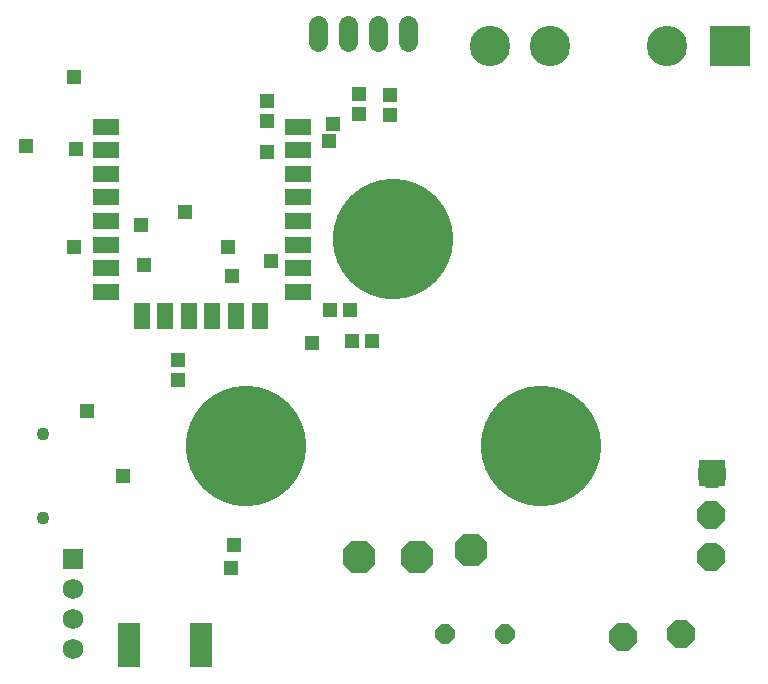
<source format=gts>
G75*
%MOIN*%
%OFA0B0*%
%FSLAX25Y25*%
%IPPOS*%
%LPD*%
%AMOC8*
5,1,8,0,0,1.08239X$1,22.5*
%
%ADD10C,0.40170*%
%ADD11R,0.05131X0.04737*%
%ADD12R,0.07800X0.14800*%
%ADD13R,0.13461X0.13461*%
%ADD14C,0.13461*%
%ADD15R,0.08800X0.08800*%
%ADD16C,0.08800*%
%ADD17R,0.08674X0.05524*%
%ADD18R,0.05524X0.08674*%
%ADD19R,0.04737X0.05131*%
%ADD20C,0.04343*%
%ADD21R,0.06800X0.06800*%
%ADD22C,0.06800*%
%ADD23OC8,0.10850*%
%ADD24OC8,0.06400*%
%ADD25C,0.06400*%
%ADD26OC8,0.09300*%
%ADD27R,0.04762X0.04762*%
%ADD28R,0.04800X0.04800*%
D10*
X0087604Y0193846D03*
X0136816Y0262743D03*
X0186029Y0193846D03*
D11*
X0129698Y0228862D03*
X0123005Y0228862D03*
X0122462Y0239239D03*
X0115769Y0239239D03*
D12*
X0072928Y0127298D03*
X0048928Y0127298D03*
D13*
X0249081Y0327223D03*
D14*
X0228081Y0327223D03*
X0189081Y0327223D03*
X0169081Y0327223D03*
D15*
X0243105Y0184654D03*
D16*
X0243105Y0170874D03*
X0243105Y0157095D03*
D17*
X0104937Y0245139D03*
X0104937Y0253013D03*
X0104937Y0260887D03*
X0104937Y0268761D03*
X0104937Y0276635D03*
X0104937Y0284509D03*
X0104937Y0292383D03*
X0104937Y0300257D03*
X0041157Y0300257D03*
X0041157Y0292383D03*
X0041157Y0284509D03*
X0041157Y0276635D03*
X0041157Y0268761D03*
X0041157Y0260887D03*
X0041157Y0253013D03*
X0041157Y0245139D03*
D18*
X0052968Y0237265D03*
X0060842Y0237265D03*
X0068716Y0237265D03*
X0076590Y0237265D03*
X0084464Y0237265D03*
X0092338Y0237265D03*
D19*
X0065009Y0222520D03*
X0065009Y0215827D03*
X0094863Y0302134D03*
X0094863Y0308827D03*
X0125594Y0311054D03*
X0125594Y0304361D03*
X0135599Y0304211D03*
X0135599Y0310904D03*
D20*
X0020014Y0197674D03*
X0020014Y0169721D03*
D21*
X0030161Y0156099D03*
D22*
X0030161Y0126099D03*
X0030161Y0136099D03*
X0030161Y0146099D03*
D23*
X0125448Y0156839D03*
X0144904Y0156906D03*
X0162851Y0159160D03*
D24*
X0154119Y0131226D03*
X0174069Y0131223D03*
X0213312Y0130689D03*
X0232295Y0130573D03*
D25*
X0141863Y0328400D02*
X0141863Y0334000D01*
X0131863Y0334000D02*
X0131863Y0328400D01*
X0121863Y0328400D02*
X0121863Y0334000D01*
X0111863Y0334000D02*
X0111863Y0328400D01*
D26*
X0125442Y0156876D03*
X0144896Y0156872D03*
X0162863Y0159200D03*
X0213410Y0130094D03*
X0232863Y0131200D03*
X0242843Y0156924D03*
X0242726Y0170903D03*
X0243115Y0184606D03*
D27*
X0116645Y0301232D03*
X0094900Y0291815D03*
X0067374Y0271652D03*
X0052688Y0267585D03*
X0030300Y0260125D03*
X0031026Y0292782D03*
X0096088Y0255500D03*
X0034845Y0205419D03*
X0082863Y0153200D03*
D28*
X0083637Y0160801D03*
X0046626Y0183749D03*
X0083023Y0250320D03*
X0081802Y0260087D03*
X0053790Y0254084D03*
X0014265Y0293896D03*
X0030467Y0316811D03*
X0109825Y0228080D03*
X0115372Y0295524D03*
M02*

</source>
